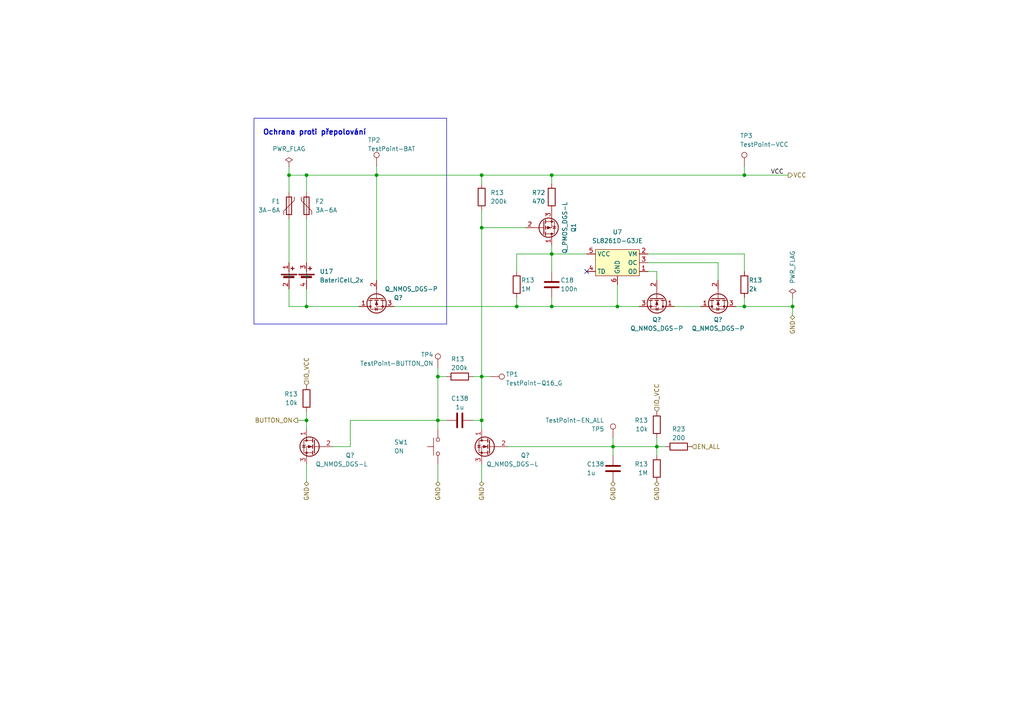
<source format=kicad_sch>
(kicad_sch (version 20230121) (generator eeschema)
  (paper "A4")
  (lib_symbols
    (symbol "Connector:TestPoint" (pin_numbers hide) (pin_names (offset 0.762) hide)
      (property "Reference" "TP" (at 0 6.858 0))
      (property "Value" "TestPoint" (at 0 5.08 0))
      (symbol "TestPoint_0_1"
        (circle (center 0 3.302) (radius 0.762))
      )
      (symbol "TestPoint_1_1"
        (pin passive line (at 0 0 90) (length 2.54) (name "1") (number "1"))
      )
    )
    (symbol "Device:C" (pin_numbers hide) (pin_names (offset 0.254))
      (property "Reference" "C" (at 0.635 2.54 0))
      (property "Value" "C" (at 0.635 -2.54 0))
      (symbol "C_0_1"
        (polyline (pts (xy -2.032 -0.762) (xy 2.032 -0.762)) (stroke (width 0.508)))
        (polyline (pts (xy -2.032 0.762) (xy 2.032 0.762)) (stroke (width 0.508)))
      )
      (symbol "C_1_1"
        (pin passive line (at 0 3.81 270) (length 2.794) (name "~") (number "1"))
        (pin passive line (at 0 -3.81 90) (length 2.794) (name "~") (number "2"))
      )
    )
    (symbol "Device:Polyfuse" (pin_numbers hide) (pin_names (offset 0))
      (property "Reference" "F" (at -2.54 0 90))
      (property "Value" "Polyfuse" (at 2.54 0 90))
      (symbol "Polyfuse_0_1"
        (rectangle (start -0.762 2.54) (end 0.762 -2.54) (stroke (width 0.254)))
        (polyline (pts (xy 0 2.54) (xy 0 -2.54)))
        (polyline (pts (xy -1.524 2.54) (xy -1.524 1.524) (xy 1.524 -1.524) (xy 1.524 -2.54)))
      )
      (symbol "Polyfuse_1_1"
        (pin passive line (at 0 3.81 270) (length 1.27) (name "~") (number "1"))
        (pin passive line (at 0 -3.81 90) (length 1.27) (name "~") (number "2"))
      )
    )
    (symbol "Device:Q_NMOS_DGS" (pin_names (offset 0) hide)
      (property "Reference" "Q" (at 5.08 1.27 0))
      (property "Value" "Q_NMOS_DGS" (at 5.08 -1.27 0))
      (symbol "Q_NMOS_DGS_0_1"
        (polyline (pts (xy 0.254 0) (xy -2.54 0)))
        (polyline (pts (xy 0.254 1.905) (xy 0.254 -1.905)) (stroke (width 0.254)))
        (polyline (pts (xy 0.762 -1.27) (xy 0.762 -2.286)) (stroke (width 0.254)))
        (polyline (pts (xy 0.762 0.508) (xy 0.762 -0.508)) (stroke (width 0.254)))
        (polyline (pts (xy 0.762 2.286) (xy 0.762 1.27)) (stroke (width 0.254)))
        (polyline (pts (xy 2.54 2.54) (xy 2.54 1.778)))
        (polyline (pts (xy 2.54 -2.54) (xy 2.54 0) (xy 0.762 0)))
        (polyline (pts (xy 0.762 -1.778) (xy 3.302 -1.778) (xy 3.302 1.778) (xy 0.762 1.778)))
        (polyline (pts (xy 1.016 0) (xy 2.032 0.381) (xy 2.032 -0.381) (xy 1.016 0)) (fill (type outline)))
        (polyline (pts (xy 2.794 0.508) (xy 2.921 0.381) (xy 3.683 0.381) (xy 3.81 0.254)))
        (polyline (pts (xy 3.302 0.381) (xy 2.921 -0.254) (xy 3.683 -0.254) (xy 3.302 0.381)))
        (circle (center 1.651 0) (radius 2.794) (stroke (width 0.254)))
        (circle (center 2.54 -1.778) (radius 0.254) (fill (type outline)))
        (circle (center 2.54 1.778) (radius 0.254) (fill (type outline)))
      )
      (symbol "Q_NMOS_DGS_1_1"
        (pin passive line (at 2.54 5.08 270) (length 2.54) (name "D") (number "1"))
        (pin input line (at -5.08 0 0) (length 2.54) (name "G") (number "2"))
        (pin passive line (at 2.54 -5.08 90) (length 2.54) (name "S") (number "3"))
      )
    )
    (symbol "Device:Q_PMOS_DGS" (pin_names (offset 0) hide)
      (property "Reference" "Q" (at 5.08 1.27 0))
      (property "Value" "Q_PMOS_DGS" (at 5.08 -1.27 0))
      (symbol "Q_PMOS_DGS_0_1"
        (polyline (pts (xy 0.254 0) (xy -2.54 0)))
        (polyline (pts (xy 0.254 1.905) (xy 0.254 -1.905)) (stroke (width 0.254)))
        (polyline (pts (xy 0.762 -1.27) (xy 0.762 -2.286)) (stroke (width 0.254)))
        (polyline (pts (xy 0.762 0.508) (xy 0.762 -0.508)) (stroke (width 0.254)))
        (polyline (pts (xy 0.762 2.286) (xy 0.762 1.27)) (stroke (width 0.254)))
        (polyline (pts (xy 2.54 2.54) (xy 2.54 1.778)))
        (polyline (pts (xy 2.54 -2.54) (xy 2.54 0) (xy 0.762 0)))
        (polyline (pts (xy 0.762 1.778) (xy 3.302 1.778) (xy 3.302 -1.778) (xy 0.762 -1.778)))
        (polyline (pts (xy 2.286 0) (xy 1.27 0.381) (xy 1.27 -0.381) (xy 2.286 0)) (fill (type outline)))
        (polyline (pts (xy 2.794 -0.508) (xy 2.921 -0.381) (xy 3.683 -0.381) (xy 3.81 -0.254)))
        (polyline (pts (xy 3.302 -0.381) (xy 2.921 0.254) (xy 3.683 0.254) (xy 3.302 -0.381)))
        (circle (center 1.651 0) (radius 2.794) (stroke (width 0.254)))
        (circle (center 2.54 -1.778) (radius 0.254) (fill (type outline)))
        (circle (center 2.54 1.778) (radius 0.254) (fill (type outline)))
      )
      (symbol "Q_PMOS_DGS_1_1"
        (pin passive line (at 2.54 5.08 270) (length 2.54) (name "D") (number "1"))
        (pin input line (at -5.08 0 0) (length 2.54) (name "G") (number "2"))
        (pin passive line (at 2.54 -5.08 90) (length 2.54) (name "S") (number "3"))
      )
    )
    (symbol "Device:R" (pin_numbers hide) (pin_names (offset 0))
      (property "Reference" "R" (at 2.032 0 90))
      (property "Value" "R" (at 0 0 90))
      (symbol "R_0_1"
        (rectangle (start -1.016 -2.54) (end 1.016 2.54) (stroke (width 0.254)))
      )
      (symbol "R_1_1"
        (pin passive line (at 0 3.81 270) (length 1.27) (name "~") (number "1"))
        (pin passive line (at 0 -3.81 90) (length 1.27) (name "~") (number "2"))
      )
    )
    (symbol "RKL-BatteryManager:BateriCell_2x"
      (property "Reference" "U" (at 5.08 1.27 0))
      (property "Value" "BateriCell_2x" (at 5.08 -1.27 0))
      (symbol "BateriCell_2x_0_1"
        (rectangle (start -4.826 0.508) (end -0.254 0.254) (fill (type outline)))
        (rectangle (start -4.1148 -0.0762) (end -1.0668 -0.5842) (fill (type outline)))
        (polyline (pts (xy -2.54 -0.508) (xy -2.54 -1.27)))
        (polyline (pts (xy -2.54 0.508) (xy -2.54 1.27)))
        (polyline (pts (xy -2.032 2.159) (xy -1.016 2.159)) (stroke (width 0.254)))
        (polyline (pts (xy -1.524 2.667) (xy -1.524 1.651)) (stroke (width 0.254)))
        (polyline (pts (xy 2.54 -0.508) (xy 2.54 -1.27)))
        (polyline (pts (xy 2.54 0.508) (xy 2.54 1.27)))
        (polyline (pts (xy 3.048 2.159) (xy 4.064 2.159)) (stroke (width 0.254)))
        (polyline (pts (xy 3.556 2.667) (xy 3.556 1.651)) (stroke (width 0.254)))
        (rectangle (start 0.254 0.508) (end 4.826 0.254) (fill (type outline)))
        (rectangle (start 0.9652 -0.0762) (end 4.0132 -0.5842) (fill (type outline)))
      )
      (symbol "BateriCell_2x_1_1"
        (pin passive line (at -2.54 3.81 270) (length 2.54) (name "+") (number "1"))
        (pin passive line (at -2.54 -3.81 90) (length 2.54) (name "-") (number "2"))
        (pin passive line (at 2.54 3.81 270) (length 2.54) (name "+") (number "3"))
        (pin passive line (at 2.54 -3.81 90) (length 2.54) (name "-") (number "4"))
      )
    )
    (symbol "RKL-BatteryManager:DW01A"
      (property "Reference" "U" (at 0 2.54 0))
      (property "Value" "DW01A" (at 0 5.08 0))
      (symbol "DW01A_1_1"
        (rectangle (start -6.35 1.27) (end 6.35 -6.35) (fill (type background)))
        (pin output line (at 8.89 -5.08 180) (length 2.54) (name "OD") (number "1"))
        (pin input line (at 8.89 0 180) (length 2.54) (name "VM") (number "2"))
        (pin output line (at 8.89 -2.54 180) (length 2.54) (name "OC") (number "3"))
        (pin input line (at -8.89 -5.08 0) (length 2.54) (name "TD") (number "4"))
        (pin input line (at -8.89 0 0) (length 2.54) (name "VCC") (number "5"))
        (pin passive line (at 0 -8.89 90) (length 2.54) (name "GND") (number "6"))
      )
    )
    (symbol "Switch:SW_Push" (pin_numbers hide) (pin_names (offset 1.016) hide)
      (property "Reference" "SW" (at 1.27 2.54 0))
      (property "Value" "SW_Push" (at 0 -1.524 0))
      (symbol "SW_Push_0_1"
        (circle (center -2.032 0) (radius 0.508))
        (polyline (pts (xy 0 1.27) (xy 0 3.048)))
        (polyline (pts (xy 2.54 1.27) (xy -2.54 1.27)))
        (circle (center 2.032 0) (radius 0.508))
        (pin passive line (at -5.08 0 0) (length 2.54) (name "1") (number "1"))
        (pin passive line (at 5.08 0 180) (length 2.54) (name "2") (number "2"))
      )
    )
    (symbol "power:PWR_FLAG" (power) (pin_numbers hide) (pin_names (offset 0) hide)
      (property "Value" "PWR_FLAG" (at 0 3.81 0))
      (symbol "PWR_FLAG_0_0"
        (pin power_out line (at 0 0 90) (length 0) (name "pwr") (number "1"))
      )
      (symbol "PWR_FLAG_0_1"
        (polyline (pts (xy 0 0) (xy 0 1.27) (xy -1.016 1.905) (xy 0 2.54) (xy 1.016 1.905) (xy 0 1.27)))
      )
    )
  )
  (junction (at 139.7 121.92))
  (junction (at 149.86 88.9))
  (junction (at 127 121.92))
  (junction (at 139.7 109.22))
  (junction (at 160.02 88.9))
  (junction (at 127 109.22))
  (junction (at 88.9 88.9))
  (junction (at 229.87 88.9))
  (junction (at 160.02 50.8))
  (junction (at 83.82 50.8))
  (junction (at 215.9 88.9))
  (junction (at 177.8 129.54))
  (junction (at 179.07 88.9))
  (junction (at 88.9 121.92))
  (junction (at 139.7 66.04))
  (junction (at 215.9 50.8))
  (junction (at 109.22 50.8))
  (junction (at 190.5 129.54))
  (junction (at 88.9 50.8))
  (junction (at 139.7 50.8))
  (junction (at 160.02 73.66))
  (no_connect (at 170.18 78.74))
  (wire (pts (xy 129.54 121.92) (xy 127 121.92)))
  (wire (pts (xy 139.7 139.7) (xy 139.7 134.62)))
  (wire (pts (xy 215.9 73.66) (xy 187.96 73.66)))
  (wire (pts (xy 139.7 50.8) (xy 139.7 53.34)))
  (wire (pts (xy 149.86 86.36) (xy 149.86 88.9)))
  (polyline (pts (xy 129.54 34.29) (xy 129.54 93.98)))
  (wire (pts (xy 137.16 109.22) (xy 139.7 109.22)))
  (wire (pts (xy 127 106.68) (xy 127 109.22)))
  (wire (pts (xy 101.6 121.92) (xy 127 121.92)))
  (wire (pts (xy 160.02 88.9) (xy 179.07 88.9)))
  (wire (pts (xy 149.86 73.66) (xy 160.02 73.66)))
  (wire (pts (xy 88.9 76.2) (xy 88.9 63.5)))
  (wire (pts (xy 139.7 66.04) (xy 139.7 109.22)))
  (wire (pts (xy 187.96 78.74) (xy 190.5 78.74)))
  (wire (pts (xy 88.9 50.8) (xy 109.22 50.8)))
  (wire (pts (xy 109.22 50.8) (xy 139.7 50.8)))
  (wire (pts (xy 177.8 127) (xy 177.8 129.54)))
  (wire (pts (xy 160.02 50.8) (xy 160.02 53.34)))
  (wire (pts (xy 170.18 73.66) (xy 160.02 73.66)))
  (wire (pts (xy 193.04 129.54) (xy 190.5 129.54)))
  (wire (pts (xy 215.9 88.9) (xy 229.87 88.9)))
  (wire (pts (xy 203.2 88.9) (xy 195.58 88.9)))
  (wire (pts (xy 160.02 71.12) (xy 160.02 73.66)))
  (wire (pts (xy 127 121.92) (xy 127 124.46)))
  (wire (pts (xy 88.9 55.88) (xy 88.9 50.8)))
  (wire (pts (xy 114.3 88.9) (xy 149.86 88.9)))
  (wire (pts (xy 139.7 50.8) (xy 160.02 50.8)))
  (wire (pts (xy 139.7 121.92) (xy 139.7 124.46)))
  (wire (pts (xy 96.52 129.54) (xy 101.6 129.54)))
  (wire (pts (xy 142.24 109.22) (xy 139.7 109.22)))
  (wire (pts (xy 149.86 78.74) (xy 149.86 73.66)))
  (wire (pts (xy 139.7 60.96) (xy 139.7 66.04)))
  (wire (pts (xy 127 109.22) (xy 127 121.92)))
  (wire (pts (xy 215.9 48.26) (xy 215.9 50.8)))
  (wire (pts (xy 215.9 88.9) (xy 213.36 88.9)))
  (wire (pts (xy 83.82 88.9) (xy 83.82 83.82)))
  (wire (pts (xy 139.7 66.04) (xy 152.4 66.04)))
  (wire (pts (xy 127 109.22) (xy 129.54 109.22)))
  (wire (pts (xy 177.8 129.54) (xy 177.8 132.08)))
  (wire (pts (xy 190.5 127) (xy 190.5 129.54)))
  (wire (pts (xy 101.6 121.92) (xy 101.6 129.54)))
  (wire (pts (xy 190.5 78.74) (xy 190.5 81.28)))
  (wire (pts (xy 187.96 76.2) (xy 208.28 76.2)))
  (wire (pts (xy 88.9 88.9) (xy 83.82 88.9)))
  (wire (pts (xy 147.32 129.54) (xy 177.8 129.54)))
  (wire (pts (xy 215.9 50.8) (xy 228.6 50.8)))
  (wire (pts (xy 215.9 86.36) (xy 215.9 88.9)))
  (polyline (pts (xy 73.66 93.98) (xy 73.66 34.29)))
  (wire (pts (xy 109.22 48.26) (xy 109.22 50.8)))
  (polyline (pts (xy 73.66 34.29) (xy 129.54 34.29)))
  (wire (pts (xy 88.9 119.38) (xy 88.9 121.92)))
  (wire (pts (xy 160.02 73.66) (xy 160.02 78.74)))
  (wire (pts (xy 139.7 109.22) (xy 139.7 121.92)))
  (wire (pts (xy 160.02 86.36) (xy 160.02 88.9)))
  (wire (pts (xy 83.82 55.88) (xy 83.82 50.8)))
  (wire (pts (xy 149.86 88.9) (xy 160.02 88.9)))
  (wire (pts (xy 208.28 76.2) (xy 208.28 81.28)))
  (wire (pts (xy 88.9 121.92) (xy 86.36 121.92)))
  (wire (pts (xy 160.02 50.8) (xy 215.9 50.8)))
  (wire (pts (xy 215.9 78.74) (xy 215.9 73.66)))
  (wire (pts (xy 229.87 86.36) (xy 229.87 88.9)))
  (wire (pts (xy 83.82 76.2) (xy 83.82 63.5)))
  (wire (pts (xy 177.8 129.54) (xy 190.5 129.54)))
  (wire (pts (xy 179.07 88.9) (xy 185.42 88.9)))
  (wire (pts (xy 179.07 82.55) (xy 179.07 88.9)))
  (wire (pts (xy 109.22 81.28) (xy 109.22 50.8)))
  (wire (pts (xy 229.87 91.44) (xy 229.87 88.9)))
  (wire (pts (xy 137.16 121.92) (xy 139.7 121.92)))
  (wire (pts (xy 88.9 83.82) (xy 88.9 88.9)))
  (wire (pts (xy 104.14 88.9) (xy 88.9 88.9)))
  (wire (pts (xy 88.9 124.46) (xy 88.9 121.92)))
  (wire (pts (xy 190.5 132.08) (xy 190.5 129.54)))
  (polyline (pts (xy 129.54 93.98) (xy 73.66 93.98)))
  (wire (pts (xy 83.82 50.8) (xy 88.9 50.8)))
  (wire (pts (xy 127 134.62) (xy 127 139.7)))
  (wire (pts (xy 88.9 139.7) (xy 88.9 134.62)))
  (wire (pts (xy 83.82 48.26) (xy 83.82 50.8)))
  (text "Ochrana proti přepolování" (at 76.2 39.37 0) (effects (font (size 1.5 1.5) (thickness 0.3) bold) (justify left bottom)))
  (label "VCC" (at 223.52 50.8 0))
  (hierarchical_label "GND" (shape bidirectional) (at 229.87 91.44 270))
  (hierarchical_label "IO_VCC" (shape input) (at 190.5 119.38 90))
  (hierarchical_label "GND" (shape bidirectional) (at 177.8 139.7 270))
  (hierarchical_label "GND" (shape bidirectional) (at 139.7 139.7 270))
  (hierarchical_label "IO_VCC" (shape input) (at 88.9 111.76 90))
  (hierarchical_label "GND" (shape bidirectional) (at 190.5 139.7 270))
  (hierarchical_label "GND" (shape bidirectional) (at 127 139.7 270))
  (hierarchical_label "VCC" (shape output) (at 228.6 50.8 0))
  (hierarchical_label "EN_ALL" (shape input) (at 200.66 129.54 0))
  (hierarchical_label "GND" (shape bidirectional) (at 88.9 139.7 270))
  (hierarchical_label "BUTTON_ON" (shape output) (at 86.36 121.92 180))
  (symbol (lib_id "Switch:SW_Push") (at 127 129.54 90) (unit 1)
    (property "Reference" "SW1" (at 114.3 128.27 90) (effects (justify right)))
    (property "Value" "ON" (at 114.3 130.81 90) (effects (justify right)))
    (property "Footprint" "RLK-ElectorMechanicalComponents:TCF2QR" (effects hide))
    (property "Basic/Extended" "E" (effects hide))
    (property "LCSC" "C240292" (effects hide))
    (instances (project "ZakladniElektronika" (path "" (reference "SW1") (unit 1)) (path "" (reference "SW3") (unit 1))))
  )
  (symbol (lib_id "Device:Q_NMOS_DGS") (at 190.5 86.36 270) (unit 1)
    (property "Reference" "Q?" (at 190.5 92.71 90))
    (property "Value" "Q_NMOS_DGS-P" (at 190.5 95.25 90))
    (property "Footprint" "Package_SON:Diodes_PowerDI3333-8" (effects hide))
    (property "Datasheet" "https://datasheet.lcsc.com/lcsc/2112021830_Vishay-Intertech-SI7112DN-T1-GE3_C2926777.pdf" (effects hide))
    (property "LCSC" "C2926777" (effects hide))
    (property "Basic/Extended" "E" (effects hide))
    (instances (project "PowerManager" (path "" (reference "Q?") (unit 1))) (project "ZakladniElektronika" (path "" (reference "Q11") (unit 1)) (path "" (reference "Q15") (unit 1))))
  )
  (symbol (lib_id "Device:R") (at 196.85 129.54 90) (unit 1)
    (property "Reference" "R23" (at 196.85 124.46 90))
    (property "Value" "200" (at 196.85 127 90))
    (property "Footprint" "Resistor_SMD:R_0402_1005Metric" (effects hide))
    (property "LCSC" "C25087" (effects hide))
    (property "Basic/Extended" "B" (effects hide))
    (instances (project "ZakladniElektronika" (path "" (reference "R23") (unit 1)) (path "" (reference "R30") (unit 1)) (path "" (reference "R29") (unit 1)) (path "" (reference "R69") (unit 1))))
  )
  (symbol (lib_id "power:PWR_FLAG") (at 229.87 86.36 0) (unit 1)
    (property "Reference" "#FLG02" (effects hide))
    (property "Value" "PWR_FLAG" (at 229.87 77.47 90))
    (instances (project "ZakladniElektronika" (path "" (reference "#FLG02") (unit 1)) (path "" (reference "#FLG011") (unit 1))))
  )
  (symbol (lib_id "Device:Q_NMOS_DGS") (at 91.44 129.54 0) (mirror y) (unit 1)
    (property "Reference" "Q?" (at 102.87 132.08 0) (effects (justify left)))
    (property "Value" "Q_NMOS_DGS-L" (at 106.68 134.62 0) (effects (justify left)))
    (property "Footprint" "Package_TO_SOT_SMD:SOT-23" (effects hide))
    (property "LCSC" "C10487" (effects hide))
    (property "Basic/Extended" "B" (effects hide))
    (instances (project "PowerManager" (path "" (reference "Q?") (unit 1))) (project "ZakladniElektronika" (path "" (reference "Q11") (unit 1)) (path "" (reference "Q19") (unit 1))))
  )
  (symbol (lib_id "Device:Q_NMOS_DGS") (at 142.24 129.54 0) (mirror y) (unit 1)
    (property "Reference" "Q?" (at 153.67 132.08 0) (effects (justify left)))
    (property "Value" "Q_NMOS_DGS-L" (at 156.21 134.62 0) (effects (justify left)))
    (property "Footprint" "Package_TO_SOT_SMD:SOT-23" (effects hide))
    (property "LCSC" "C10487" (effects hide))
    (property "Basic/Extended" "B" (effects hide))
    (instances (project "PowerManager" (path "" (reference "Q?") (unit 1))) (project "ZakladniElektronika" (path "" (reference "Q11") (unit 1)) (path "" (reference "Q17") (unit 1))))
  )
  (symbol (lib_id "Device:R") (at 149.86 82.55 180) (unit 1)
    (property "Reference" "R13" (at 151.13 81.28 0) (effects (justify right)))
    (property "Value" "1M" (at 151.13 83.82 0) (effects (justify right)))
    (property "Footprint" "Resistor_SMD:R_0402_1005Metric" (effects hide))
    (property "LCSC" "C26083" (effects hide))
    (property "Basic/Extended" "B" (effects hide))
    (instances (project "ZakladniElektronika" (path "" (reference "R13") (unit 1)) (path "" (reference "R25") (unit 1)) (path "" (reference "R36") (unit 1))) (project "RB3203" (path "" (reference "R?") (unit 1))))
  )
  (symbol (lib_id "RKL-BatteryManager:BateriCell_2x") (at 86.36 80.01 0) (unit 1)
    (property "Reference" "U17" (at 92.71 78.74 0) (effects (justify left)))
    (property "Value" "BateriCell_2x" (at 92.71 81.28 0) (effects (justify left)))
    (property "Footprint" "RKL-Batteries:battery_dock" (effects hide))
    (property "JLCPCB_IGNORE" "ignore" (effects hide))
  )
  (symbol (lib_id "Device:R") (at 190.5 123.19 180) (unit 1)
    (property "Reference" "R13" (at 187.96 121.92 0) (effects (justify left)))
    (property "Value" "10k" (at 187.96 124.46 0) (effects (justify left)))
    (property "Footprint" "Resistor_SMD:R_0402_1005Metric" (effects hide))
    (property "LCSC" "C25744" (effects hide))
    (property "Basic/Extended" "B" (effects hide))
    (property "JLCPCB_CORRECTION" "0;0;0" (effects hide))
    (instances (project "ZakladniElektronika" (path "" (reference "R13") (unit 1)) (path "" (reference "R28") (unit 1)) (path "" (reference "R32") (unit 1)) (path "" (reference "R67") (unit 1))) (project "RB3203" (path "" (reference "R?") (unit 1))))
  )
  (symbol (lib_id "Device:C") (at 177.8 135.89 0) (unit 1)
    (property "Reference" "C138" (at 170.18 134.62 0) (effects (justify left)))
    (property "Value" "1u" (at 170.18 137.16 0) (effects (justify left)))
    (property "Footprint" "Capacitor_SMD:C_0402_1005Metric" (effects hide))
    (property "LCSC" "C1518208" (effects hide))
    (property "Basic/Extended" "E" (effects hide))
    (property "JLCPCB_CORRECTION" "0;0;0" (effects hide))
    (property "info" "50V, X5R (potenciálně C52923 což je 25V, X5R )" (effects hide))
    (instances (project "ZakladniElektronika" (path "" (reference "C138") (unit 1)) (path "" (reference "C148") (unit 1)) (path "" (reference "C163") (unit 1))) (project "RB3203" (path "" (reference "C?") (unit 1))))
  )
  (symbol (lib_id "Device:R") (at 215.9 82.55 180) (unit 1)
    (property "Reference" "R13" (at 217.17 81.28 0) (effects (justify right)))
    (property "Value" "2k" (at 217.17 83.82 0) (effects (justify right)))
    (property "Footprint" "Resistor_SMD:R_0402_1005Metric" (effects hide))
    (property "LCSC" "C4109" (effects hide))
    (property "Basic/Extended" "B" (effects hide))
    (instances (project "ZakladniElektronika" (path "" (reference "R13") (unit 1)) (path "" (reference "R27") (unit 1)) (path "" (reference "R33") (unit 1))) (project "RB3203" (path "" (reference "R?") (unit 1))))
  )
  (symbol (lib_id "Device:C") (at 133.35 121.92 270) (unit 1)
    (property "Reference" "C138" (at 130.81 115.57 90) (effects (justify left)))
    (property "Value" "1u" (at 132.08 118.11 90) (effects (justify left)))
    (property "Footprint" "Capacitor_SMD:C_0402_1005Metric" (effects hide))
    (property "LCSC" "C1518208" (effects hide))
    (property "Basic/Extended" "E" (effects hide))
    (property "JLCPCB_CORRECTION" "0;0;0" (effects hide))
    (property "info" "50V, X5R (potenciálně C52923 což je 25V, X5R )" (effects hide))
    (instances (project "ZakladniElektronika" (path "" (reference "C138") (unit 1)) (path "" (reference "C148") (unit 1)) (path "" (reference "C144") (unit 1))) (project "RB3203" (path "" (reference "C?") (unit 1))))
  )
  (symbol (lib_id "Device:R") (at 133.35 109.22 270) (mirror x) (unit 1)
    (property "Reference" "R13" (at 130.81 104.14 90) (effects (justify left)))
    (property "Value" "200k" (at 130.81 106.68 90) (effects (justify left)))
    (property "Footprint" "Resistor_SMD:R_0402_1005Metric" (effects hide))
    (property "LCSC" "C25764" (effects hide))
    (property "Basic/Extended" "B" (effects hide))
    (instances (project "ZakladniElektronika" (path "" (reference "R13") (unit 1)) (path "" (reference "R25") (unit 1)) (path "" (reference "R26") (unit 1))) (project "RB3203" (path "" (reference "R?") (unit 1))))
  )
  (symbol (lib_id "power:PWR_FLAG") (at 83.82 48.26 0) (unit 1)
    (property "Reference" "#FLG02" (effects hide))
    (property "Value" "PWR_FLAG" (at 83.82 43.18 0))
    (instances (project "ZakladniElektronika" (path "" (reference "#FLG02") (unit 1)) (path "" (reference "#FLG03") (unit 1))))
  )
  (symbol (lib_id "Device:Q_NMOS_DGS") (at 109.22 86.36 90) (mirror x) (unit 1)
    (property "Reference" "Q?" (at 116.84 86.36 90) (effects (justify left)))
    (property "Value" "Q_NMOS_DGS-P" (at 127 83.82 90) (effects (justify left)))
    (property "Footprint" "Package_SON:Diodes_PowerDI3333-8" (effects hide))
    (property "Datasheet" "https://datasheet.lcsc.com/lcsc/2112021830_Vishay-Intertech-SI7112DN-T1-GE3_C2926777.pdf" (effects hide))
    (property "LCSC" "C2926777" (effects hide))
    (property "Basic/Extended" "E" (effects hide))
    (instances (project "PowerManager" (path "" (reference "Q?") (unit 1))) (project "ZakladniElektronika" (path "" (reference "Q11") (unit 1)) (path "" (reference "Q12") (unit 1))))
  )
  (symbol (lib_id "Device:Polyfuse") (at 88.9 59.69 0) (unit 1)
    (property "Reference" "F2" (at 91.44 58.42 0) (effects (justify left)))
    (property "Value" "3A-6A" (at 91.44 60.96 0) (effects (justify left)))
    (property "Footprint" "Inductor_SMD:L_1206_3216Metric" (effects hide))
    (property "Datasheet" "https://datasheet.lcsc.com/lcsc/2305121423_BHFUSE-BSMD1206-300-6V_C883136.pdf" (effects hide))
    (property "LCSC" "C883136" (effects hide))
    (property "Basic/Extended" "E" (effects hide))
    (property "info" "3A hold, 6A trip, 100A max, 6V, 4s, 0,05 Ohm max" (effects hide))
    (instances (project "ZakladniElektronika" (path "" (reference "F2") (unit 1)) (path "" (reference "F4") (unit 1))))
  )
  (symbol (lib_id "Connector:TestPoint") (at 109.22 48.26 0) (unit 1)
    (property "Reference" "TP2" (at 106.68 40.64 0) (effects (justify left)))
    (property "Value" "TestPoint-BAT" (at 106.68 43.18 0) (effects (justify left)))
    (property "Footprint" "Connector_Pin:Pin_D0.9mm_L10.0mm_W2.4mm_FlatFork" (effects hide))
    (property "JLCPCB_IGNORE" "ignore" (effects hide))
  )
  (symbol (lib_id "RKL-BatteryManager:DW01A") (at 179.07 73.66 0) (unit 1)
    (property "Reference" "U7" (at 179.07 67.31 0))
    (property "Value" "SL8261D-G3JE" (at 179.07 69.85 0))
    (property "Footprint" "Package_TO_SOT_SMD:SOT-23-6" (effects hide))
    (property "Datasheet" "https://datasheet.lcsc.com/lcsc/2210101800_Slkor-SLKORMICRO-Elec--SL8261D-G3JE_C5186027.pdf" (effects hide))
    (property "LCSC" "C5186027" (effects hide))
  )
  (symbol (lib_id "Device:C") (at 160.02 82.55 0) (unit 1)
    (property "Reference" "C18" (at 162.56 81.28 0) (effects (justify left)))
    (property "Value" "100n" (at 162.56 83.82 0) (effects (justify left)))
    (property "Footprint" "Capacitor_SMD:C_0402_1005Metric" (effects hide))
    (property "Basic/Extended" "B" (effects hide))
    (property "LCSC" "C307331" (effects hide))
    (property "info" "50V, X7R" (effects hide))
    (instances (project "ZakladniElektronika" (path "" (reference "C18") (unit 1)) (path "" (reference "C78") (unit 1)) (path "" (reference "C143") (unit 1))))
  )
  (symbol (lib_id "Device:Q_PMOS_DGS") (at 157.48 66.04 0) (mirror x) (unit 1)
    (property "Reference" "Q1" (at 166.37 66.04 90))
    (property "Value" "Q_PMOS_DGS-L" (at 163.83 66.04 90))
    (property "Footprint" "Package_TO_SOT_SMD:SOT-23" (effects hide))
    (property "Datasheet" "https://datasheet.lcsc.com/lcsc/1808272021_Vishay-Intertech-SI2301CDS-T1-GE3_C10487.pdf" (effects hide))
    (property "LCSC" "C10487" (effects hide))
    (property "Basic/Extended" "B" (effects hide))
  )
  (symbol (lib_id "Device:R") (at 139.7 57.15 0) (mirror x) (unit 1)
    (property "Reference" "R13" (at 142.24 55.88 0) (effects (justify left)))
    (property "Value" "200k" (at 142.24 58.42 0) (effects (justify left)))
    (property "Footprint" "Resistor_SMD:R_0402_1005Metric" (effects hide))
    (property "LCSC" "C25764" (effects hide))
    (property "Basic/Extended" "B" (effects hide))
    (instances (project "ZakladniElektronika" (path "" (reference "R13") (unit 1)) (path "" (reference "R25") (unit 1)) (path "" (reference "R60") (unit 1))) (project "RB3203" (path "" (reference "R?") (unit 1))))
  )
  (symbol (lib_id "Device:R") (at 88.9 115.57 180) (unit 1)
    (property "Reference" "R13" (at 86.36 114.3 0) (effects (justify left)))
    (property "Value" "10k" (at 86.36 116.84 0) (effects (justify left)))
    (property "Footprint" "Resistor_SMD:R_0402_1005Metric" (effects hide))
    (property "LCSC" "C25744" (effects hide))
    (property "Basic/Extended" "B" (effects hide))
    (property "JLCPCB_CORRECTION" "0;0;0" (effects hide))
    (instances (project "ZakladniElektronika" (path "" (reference "R13") (unit 1)) (path "" (reference "R28") (unit 1)) (path "" (reference "R32") (unit 1)) (path "" (reference "R70") (unit 1))) (project "RB3203" (path "" (reference "R?") (unit 1))))
  )
  (symbol (lib_id "Connector:TestPoint") (at 142.24 109.22 270) (unit 1)
    (property "Reference" "TP1" (at 146.685 108.585 90) (effects (justify left)))
    (property "Value" "TestPoint-Q16_G" (at 146.685 111.125 90) (effects (justify left)))
    (property "Footprint" "Connector_Pin:Pin_D0.9mm_L10.0mm_W2.4mm_FlatFork" (effects hide))
    (property "JLCPCB_IGNORE" "ignore" (effects hide))
  )
  (symbol (lib_id "Device:R") (at 160.02 57.15 0) (unit 1)
    (property "Reference" "R72" (at 156.21 55.88 0))
    (property "Value" "470" (at 156.21 58.42 0))
    (property "Footprint" "Resistor_SMD:R_0402_1005Metric" (effects hide))
    (property "LCSC" "C25117" (effects hide))
    (property "Basic/Extended" "B" (effects hide))
    (instances (project "ZakladniElektronika" (path "" (reference "R72") (unit 1)) (path "" (reference "R35") (unit 1))))
  )
  (symbol (lib_id "Device:Polyfuse") (at 83.82 59.69 0) (mirror y) (unit 1)
    (property "Reference" "F1" (at 81.28 58.42 0) (effects (justify left)))
    (property "Value" "3A-6A" (at 81.28 60.96 0) (effects (justify left)))
    (property "Footprint" "Inductor_SMD:L_1206_3216Metric" (effects hide))
    (property "Datasheet" "https://datasheet.lcsc.com/lcsc/2305121423_BHFUSE-BSMD1206-300-6V_C883136.pdf" (effects hide))
    (property "LCSC" "C883136" (effects hide))
    (property "Basic/Extended" "E" (effects hide))
    (property "info" "3A hold, 6A trip, 100A max, 6V, 4s, 0,05 Ohm max" (effects hide))
    (instances (project "ZakladniElektronika" (path "" (reference "F1") (unit 1)) (path "" (reference "F3") (unit 1))))
  )
  (symbol (lib_id "Device:Q_NMOS_DGS") (at 208.28 86.36 90) (mirror x) (unit 1)
    (property "Reference" "Q?" (at 208.28 92.71 90))
    (property "Value" "Q_NMOS_DGS-P" (at 208.28 95.25 90))
    (property "Footprint" "Package_SON:Diodes_PowerDI3333-8" (effects hide))
    (property "Datasheet" "https://datasheet.lcsc.com/lcsc/2112021830_Vishay-Intertech-SI7112DN-T1-GE3_C2926777.pdf" (effects hide))
    (property "LCSC" "C2926777" (effects hide))
    (property "Basic/Extended" "E" (effects hide))
    (instances (project "PowerManager" (path "" (reference "Q?") (unit 1))) (project "ZakladniElektronika" (path "" (reference "Q11") (unit 1)) (path "" (reference "Q14") (unit 1))))
  )
  (symbol (lib_id "Connector:TestPoint") (at 177.8 127 0) (unit 1)
    (property "Reference" "TP5" (at 175.26 124.46 0) (effects (justify right)))
    (property "Value" "TestPoint-EN_ALL" (at 175.26 121.92 0) (effects (justify right)))
    (property "Footprint" "Connector_Pin:Pin_D0.9mm_L10.0mm_W2.4mm_FlatFork" (effects hide))
    (property "JLCPCB_IGNORE" "ignore" (effects hide))
  )
  (symbol (lib_id "Connector:TestPoint") (at 215.9 48.26 0) (unit 1)
    (property "Reference" "TP3" (at 214.63 39.37 0) (effects (justify left)))
    (property "Value" "TestPoint-VCC" (at 214.63 41.91 0) (effects (justify left)))
    (property "Footprint" "Connector_Pin:Pin_D0.9mm_L10.0mm_W2.4mm_FlatFork" (effects hide))
    (property "JLCPCB_IGNORE" "ignore" (effects hide))
  )
  (symbol (lib_id "Device:R") (at 190.5 135.89 180) (unit 1)
    (property "Reference" "R13" (at 187.96 134.62 0) (effects (justify left)))
    (property "Value" "1M" (at 187.96 137.16 0) (effects (justify left)))
    (property "Footprint" "Resistor_SMD:R_0402_1005Metric" (effects hide))
    (property "LCSC" "C26083" (effects hide))
    (property "Basic/Extended" "B" (effects hide))
    (instances (project "ZakladniElektronika" (path "" (reference "R13") (unit 1)) (path "" (reference "R25") (unit 1)) (path "" (reference "R68") (unit 1))) (project "RB3203" (path "" (reference "R?") (unit 1))))
  )
  (symbol (lib_id "Connector:TestPoint") (at 127 106.68 0) (unit 1)
    (property "Reference" "TP4" (at 125.73 102.87 0) (effects (justify right)))
    (property "Value" "TestPoint-BUTTON_ON" (at 125.73 105.41 0) (effects (justify right)))
    (property "Footprint" "Connector_Pin:Pin_D0.9mm_L10.0mm_W2.4mm_FlatFork" (effects hide))
    (property "JLCPCB_IGNORE" "ignore" (effects hide))
  )
)
</source>
